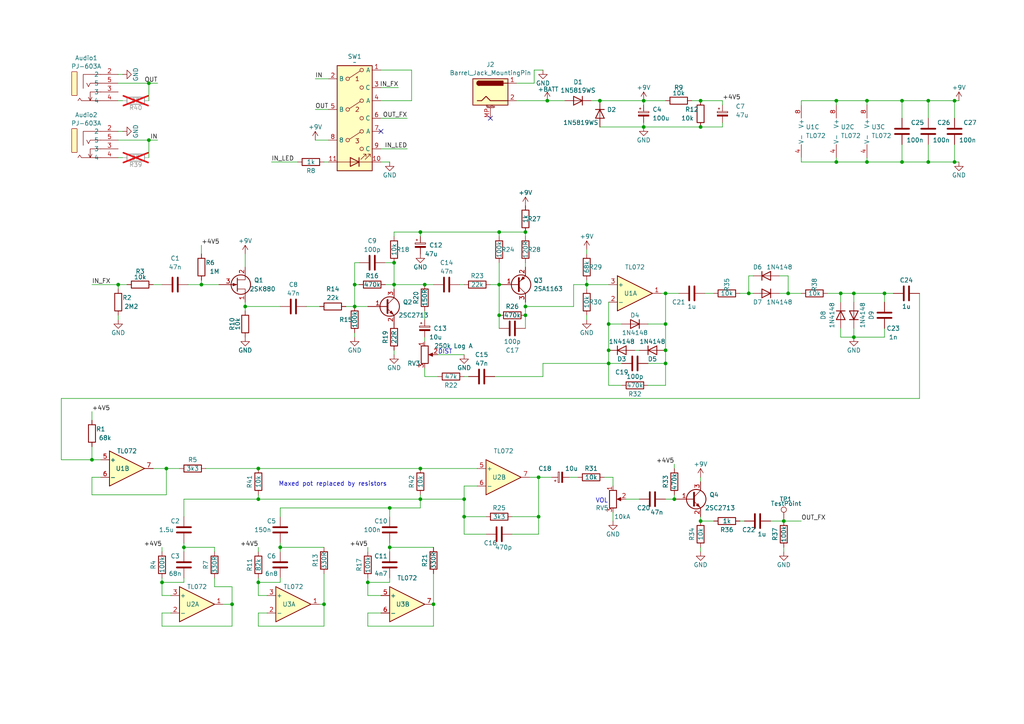
<source format=kicad_sch>
(kicad_sch (version 20231120) (generator "eeschema") (generator_version "8.0")
  (paper "A4")
  (lib_symbols
    (symbol "AREA_composant:3PDT_SW_LED"
      (property "Reference" "SW" (at 0 -18.796 0))
      (symbol "3PDT_SW_LED_1_1"
        (text "1" (at 0.762 8.89 0) (effects (font (size 1.27 1.27))))
        (text "2" (at 0.762 0 0) (effects (font (size 1.27 1.27))))
        (text "3" (at 0.762 -9.144 0) (effects (font (size 1.27 1.27))))
        (pin passive line (at 7.62 11.43 180) (length 2.54) (name "A") (number "1"))
        (pin input line (at 7.62 -15.24 180) (length 2.54) (name "") (number "10"))
        (pin input line (at -7.62 -15.24 0) (length 2.54) (name "") (number "11"))
        (pin passive line (at -7.62 8.89 0) (length 2.54) (name "B") (number "2"))
        (pin passive line (at 7.62 6.35 180) (length 2.54) (name "C") (number "3"))
        (pin passive line (at 7.62 2.54 180) (length 2.54) (name "A") (number "4"))
        (pin passive line (at -7.62 0 0) (length 2.54) (name "B") (number "5"))
        (pin passive line (at 7.62 -2.54 180) (length 2.54) (name "C") (number "6"))
        (pin passive line (at 7.62 -6.35 180) (length 2.54) (name "A") (number "7"))
        (pin passive line (at -7.62 -8.89 0) (length 2.54) (name "8") (number "8"))
        (pin passive line (at 7.62 -11.43 180) (length 2.54) (name "C") (number "9"))
      )
    )
    (symbol "Amplifier_Operational:TL072" (pin_names (offset 0.127))
      (property "Reference" "U" (at 0 5.08 0))
      (property "Value" "TL072" (at 0 -5.08 0))
      (symbol "TL072_1_1"
        (pin output line (at 7.62 0 180) (length 2.54) (name "~") (number "1"))
        (pin input line (at -7.62 -2.54 0) (length 2.54) (name "-") (number "2"))
        (pin input line (at -7.62 2.54 0) (length 2.54) (name "+") (number "3"))
      )
      (symbol "TL072_2_1"
        (pin input line (at -7.62 2.54 0) (length 2.54) (name "+") (number "5"))
        (pin input line (at -7.62 -2.54 0) (length 2.54) (name "-") (number "6"))
        (pin output line (at 7.62 0 180) (length 2.54) (name "~") (number "7"))
      )
      (symbol "TL072_3_1"
        (pin power_in line (at -2.54 -7.62 90) (length 3.81) (name "V-") (number "4"))
        (pin power_in line (at -2.54 7.62 270) (length 3.81) (name "V+") (number "8"))
      )
    )
    (symbol "Connector:Barrel_Jack_MountingPin" (pin_names hide)
      (property "Reference" "J" (at 0 5.334 0))
      (property "Value" "Barrel_Jack_MountingPin" (at 1.27 -6.35 0))
      (symbol "Barrel_Jack_MountingPin_1_1"
        (text "Mounting" (at 0 -4.191 0) (effects (font (size 0.381 0.381))))
        (pin passive line (at 7.62 2.54 180) (length 2.54) (name "~") (number "1"))
        (pin passive line (at 7.62 -2.54 180) (length 2.54) (name "~") (number "2"))
        (pin passive line (at 0 -7.62 90) (length 3.048) (name "MountPin") (number "MP"))
      )
    )
    (symbol "Connector:TestPoint" (pin_numbers hide) (pin_names (offset 0.762) hide)
      (property "Reference" "TP" (at 0 6.858 0))
      (property "Value" "TestPoint" (at 0 5.08 0))
      (symbol "TestPoint_1_1"
        (pin passive line (at 0 0 90) (length 2.54) (name "1") (number "1"))
      )
    )
    (symbol "Device:C" (pin_numbers hide) (pin_names (offset 0.254))
      (property "Reference" "C" (at 0.635 2.54 0))
      (property "Value" "C" (at 0.635 -2.54 0))
      (symbol "C_1_1"
        (pin passive line (at 0 3.81 270) (length 2.794) (name "~") (number "1"))
        (pin passive line (at 0 -3.81 90) (length 2.794) (name "~") (number "2"))
      )
    )
    (symbol "Device:C_Polarized_Small" (pin_numbers hide) (pin_names (offset 0.254) hide)
      (property "Reference" "C" (at 0.254 1.778 0))
      (property "Value" "C_Polarized_Small" (at 0.254 -2.032 0))
      (symbol "C_Polarized_Small_1_1"
        (pin passive line (at 0 2.54 270) (length 1.8542) (name "~") (number "1"))
        (pin passive line (at 0 -2.54 90) (length 1.8542) (name "~") (number "2"))
      )
    )
    (symbol "Device:D" (pin_numbers hide) (pin_names (offset 1.016) hide)
      (property "Reference" "D" (at 0 2.54 0))
      (property "Value" "D" (at 0 -2.54 0))
      (symbol "D_1_1"
        (pin passive line (at -3.81 0 0) (length 2.54) (name "K") (number "1"))
        (pin passive line (at 3.81 0 180) (length 2.54) (name "A") (number "2"))
      )
    )
    (symbol "Device:Q_NJFET_SDG" (pin_names (offset 0) hide)
      (property "Reference" "Q" (at 5.08 1.27 0))
      (property "Value" "Q_NJFET_SDG" (at 5.08 -1.27 0))
      (symbol "Q_NJFET_SDG_1_1"
        (pin passive line (at 2.54 -5.08 90) (length 2.54) (name "S") (number "1"))
        (pin passive line (at 2.54 5.08 270) (length 2.54) (name "D") (number "2"))
        (pin input line (at -5.08 0 0) (length 5.334) (name "G") (number "3"))
      )
    )
    (symbol "Device:Q_NPN_BEC" (pin_names (offset 0) hide)
      (property "Reference" "Q" (at 5.08 1.27 0))
      (property "Value" "Q_NPN_BEC" (at 5.08 -1.27 0))
      (symbol "Q_NPN_BEC_1_1"
        (pin input line (at -5.08 0 0) (length 5.715) (name "B") (number "1"))
        (pin passive line (at 2.54 -5.08 90) (length 2.54) (name "E") (number "2"))
        (pin passive line (at 2.54 5.08 270) (length 2.54) (name "C") (number "3"))
      )
    )
    (symbol "Device:Q_PNP_BEC" (pin_names (offset 0) hide)
      (property "Reference" "Q" (at 5.08 1.27 0))
      (property "Value" "Q_PNP_BEC" (at 5.08 -1.27 0))
      (symbol "Q_PNP_BEC_1_1"
        (pin input line (at -5.08 0 0) (length 5.715) (name "B") (number "1"))
        (pin passive line (at 2.54 -5.08 90) (length 2.54) (name "E") (number "2"))
        (pin passive line (at 2.54 5.08 270) (length 2.54) (name "C") (number "3"))
      )
    )
    (symbol "Device:R" (pin_numbers hide) (pin_names (offset 0))
      (property "Reference" "R" (at 2.032 0 90))
      (property "Value" "R" (at 0 0 90))
      (symbol "R_1_1"
        (pin passive line (at 0 3.81 270) (length 1.27) (name "~") (number "1"))
        (pin passive line (at 0 -3.81 90) (length 1.27) (name "~") (number "2"))
      )
    )
    (symbol "Device:R_Potentiometer" (pin_names (offset 1.016) hide)
      (property "Reference" "RV" (at -4.445 0 90))
      (property "Value" "R_Potentiometer" (at -2.54 0 90))
      (symbol "R_Potentiometer_1_1"
        (pin passive line (at 0 3.81 270) (length 1.27) (name "1") (number "1"))
        (pin passive line (at 3.81 0 180) (length 1.27) (name "2") (number "2"))
        (pin passive line (at 0 -3.81 90) (length 1.27) (name "3") (number "3"))
      )
    )
    (symbol "easyeda2kicad:PJ-603A"
      (property "Reference" "Audio" (at 0 7.62 0))
      (property "Value" "PJ-603A" (at 0 -10.16 0))
      (symbol "PJ-603A_0_1"
        (pin unspecified line (at 7.62 2.54 180) (length 5.08) (name "2") (number "2"))
        (pin unspecified line (at 7.62 -2.54 180) (length 5.08) (name "3") (number "3"))
        (pin unspecified line (at 7.62 -5.08 180) (length 5.08) (name "4") (number "4"))
        (pin unspecified line (at 7.62 0 180) (length 5.08) (name "5") (number "5"))
      )
    )
    (symbol "power:+9V" (power) (pin_names (offset 0))
      (property "Value" "+9V" (at 0 3.556 0))
      (symbol "+9V_1_1"
        (pin power_in line (at 0 0 90) (length 0) hide (name "+9V") (number "1"))
      )
    )
    (symbol "power:+BATT" (power) (pin_names (offset 0))
      (property "Value" "+BATT" (at 0 3.556 0))
      (symbol "+BATT_1_1"
        (pin power_in line (at 0 0 90) (length 0) hide (name "+BATT") (number "1"))
      )
    )
    (symbol "power:GND" (power) (pin_names (offset 0))
      (property "Value" "GND" (at 0 -3.81 0))
      (symbol "GND_1_1"
        (pin power_in line (at 0 0 270) (length 0) hide (name "GND") (number "1"))
      )
    )
  )
  (junction (at 269.24 46.99))
  (junction (at 113.03 147.32))
  (junction (at 144.78 67.31))
  (junction (at 46.99 168.91))
  (junction (at 186.69 36.83))
  (junction (at 261.62 46.99))
  (junction (at 26.67 133.35))
  (junction (at 102.87 82.55))
  (junction (at 256.54 85.09))
  (junction (at 193.04 93.98))
  (junction (at 203.2 151.13))
  (junction (at 113.03 158.75))
  (junction (at 247.65 97.79))
  (junction (at 276.86 46.99))
  (junction (at 242.57 46.99))
  (junction (at 144.78 82.55))
  (junction (at 114.3 82.55))
  (junction (at 152.4 67.31))
  (junction (at 134.62 149.86))
  (junction (at 193.04 105.41))
  (junction (at 43.18 24.13))
  (junction (at 67.31 175.26))
  (junction (at 58.42 82.55))
  (junction (at 144.78 91.44))
  (junction (at 276.86 29.21))
  (junction (at 134.62 144.78))
  (junction (at 81.28 158.75))
  (junction (at 158.75 29.21))
  (junction (at 186.69 29.21))
  (junction (at 121.92 144.78))
  (junction (at 170.18 82.55))
  (junction (at 121.92 67.31))
  (junction (at 173.99 29.21))
  (junction (at 247.65 85.09))
  (junction (at 193.04 101.6))
  (junction (at 43.18 40.64))
  (junction (at 176.53 93.98))
  (junction (at 228.6 85.09))
  (junction (at 203.2 36.83))
  (junction (at 269.24 29.21))
  (junction (at 48.26 135.89))
  (junction (at 102.87 88.9))
  (junction (at 121.92 135.89))
  (junction (at 193.04 85.09))
  (junction (at 242.57 29.21))
  (junction (at 176.53 101.6))
  (junction (at 251.46 29.21))
  (junction (at 93.98 175.26))
  (junction (at 74.93 144.78))
  (junction (at 74.93 135.89))
  (junction (at 74.93 168.91))
  (junction (at 217.17 85.09))
  (junction (at 251.46 46.99))
  (junction (at 195.58 144.78))
  (junction (at 243.84 85.09))
  (junction (at 176.53 105.41))
  (junction (at 123.19 82.55))
  (junction (at 53.34 158.75))
  (junction (at 152.4 91.44))
  (junction (at 203.2 29.21))
  (junction (at 261.62 29.21))
  (junction (at 125.73 175.26))
  (junction (at 71.12 88.9))
  (junction (at 227.33 151.13))
  (junction (at 156.21 149.86))
  (junction (at 34.29 82.55))
  (junction (at 152.4 88.9))
  (junction (at 156.21 138.43))
  (junction (at 114.3 76.2))
  (junction (at 106.68 168.91))
  (no_connect (at 142.24 34.29))
  (no_connect (at 110.49 38.1))
  (wire (pts (xy 176.53 87.63) (xy 176.53 93.98)))
  (wire (pts (xy 186.69 35.56) (xy 186.69 36.83)))
  (wire (pts (xy 34.29 40.64) (xy 43.18 40.64)))
  (wire (pts (xy 232.41 46.99) (xy 242.57 46.99)))
  (wire (pts (xy 81.28 157.48) (xy 81.28 158.75)))
  (wire (pts (xy 125.73 166.37) (xy 125.73 175.26)))
  (wire (pts (xy 53.34 168.91) (xy 46.99 168.91)))
  (wire (pts (xy 187.96 93.98) (xy 193.04 93.98)))
  (wire (pts (xy 228.6 85.09) (xy 232.41 85.09)))
  (wire (pts (xy 261.62 41.91) (xy 261.62 46.99)))
  (wire (pts (xy 121.92 67.31) (xy 121.92 68.58)))
  (wire (pts (xy 186.69 36.83) (xy 203.2 36.83)))
  (wire (pts (xy 115.57 25.4) (xy 110.49 25.4)))
  (wire (pts (xy 152.4 68.58) (xy 152.4 67.31)))
  (wire (pts (xy 106.68 158.75) (xy 106.68 160.02)))
  (wire (pts (xy 138.43 140.97) (xy 134.62 140.97)))
  (wire (pts (xy 203.2 36.83) (xy 209.55 36.83)))
  (wire (pts (xy 74.93 144.78) (xy 74.93 143.51)))
  (wire (pts (xy 77.47 177.8) (xy 74.93 177.8)))
  (wire (pts (xy 170.18 82.55) (xy 170.18 83.82)))
  (wire (pts (xy 193.04 144.78) (xy 195.58 144.78)))
  (wire (pts (xy 113.03 158.75) (xy 125.73 158.75)))
  (wire (pts (xy 256.54 85.09) (xy 259.08 85.09)))
  (wire (pts (xy 34.29 29.21) (xy 35.56 29.21)))
  (wire (pts (xy 203.2 151.13) (xy 207.01 151.13)))
  (wire (pts (xy 81.28 168.91) (xy 74.93 168.91)))
  (wire (pts (xy 71.12 88.9) (xy 71.12 87.63)))
  (wire (pts (xy 74.93 168.91) (xy 74.93 172.72)))
  (wire (pts (xy 93.98 46.99) (xy 95.25 46.99)))
  (wire (pts (xy 125.73 181.61) (xy 125.73 175.26)))
  (wire (pts (xy 53.34 158.75) (xy 62.23 158.75)))
  (wire (pts (xy 186.69 30.48) (xy 186.69 29.21)))
  (wire (pts (xy 243.84 85.09) (xy 243.84 87.63)))
  (wire (pts (xy 144.78 82.55) (xy 144.78 76.2)))
  (wire (pts (xy 48.26 143.51) (xy 48.26 135.89)))
  (wire (pts (xy 93.98 166.37) (xy 93.98 175.26)))
  (wire (pts (xy 251.46 29.21) (xy 261.62 29.21)))
  (wire (pts (xy 134.62 154.94) (xy 134.62 149.86)))
  (wire (pts (xy 110.49 177.8) (xy 106.68 177.8)))
  (wire (pts (xy 74.93 158.75) (xy 74.93 160.02)))
  (wire (pts (xy 140.97 149.86) (xy 134.62 149.86)))
  (wire (pts (xy 102.87 76.2) (xy 102.87 82.55)))
  (wire (pts (xy 227.33 151.13) (xy 232.41 151.13)))
  (wire (pts (xy 88.9 88.9) (xy 92.71 88.9)))
  (wire (pts (xy 203.2 158.75) (xy 203.2 160.02)))
  (wire (pts (xy 81.28 167.64) (xy 81.28 168.91)))
  (wire (pts (xy 251.46 29.21) (xy 251.46 30.48)))
  (wire (pts (xy 158.75 29.21) (xy 149.86 29.21)))
  (wire (pts (xy 93.98 181.61) (xy 93.98 175.26)))
  (wire (pts (xy 269.24 29.21) (xy 276.86 29.21)))
  (wire (pts (xy 242.57 29.21) (xy 251.46 29.21)))
  (wire (pts (xy 203.2 149.86) (xy 203.2 151.13)))
  (wire (pts (xy 266.7 115.57) (xy 17.78 115.57)))
  (wire (pts (xy 46.99 177.8) (xy 46.99 181.61)))
  (wire (pts (xy 111.76 76.2) (xy 114.3 76.2)))
  (wire (pts (xy 62.23 160.02) (xy 62.23 158.75)))
  (wire (pts (xy 256.54 85.09) (xy 256.54 87.63)))
  (wire (pts (xy 127 102.87) (xy 134.62 102.87)))
  (wire (pts (xy 53.34 144.78) (xy 53.34 149.86)))
  (wire (pts (xy 26.67 133.35) (xy 29.21 133.35)))
  (wire (pts (xy 34.29 82.55) (xy 36.83 82.55)))
  (wire (pts (xy 113.03 157.48) (xy 113.03 158.75)))
  (wire (pts (xy 191.77 85.09) (xy 193.04 85.09)))
  (wire (pts (xy 166.37 82.55) (xy 170.18 82.55)))
  (wire (pts (xy 29.21 138.43) (xy 26.67 138.43)))
  (wire (pts (xy 74.93 135.89) (xy 121.92 135.89)))
  (wire (pts (xy 218.44 80.01) (xy 217.17 80.01)))
  (wire (pts (xy 140.97 154.94) (xy 134.62 154.94)))
  (wire (pts (xy 34.29 24.13) (xy 43.18 24.13)))
  (wire (pts (xy 134.62 109.22) (xy 135.89 109.22)))
  (wire (pts (xy 242.57 29.21) (xy 242.57 30.48)))
  (wire (pts (xy 74.93 177.8) (xy 74.93 181.61)))
  (wire (pts (xy 217.17 85.09) (xy 218.44 85.09)))
  (wire (pts (xy 148.59 154.94) (xy 156.21 154.94)))
  (wire (pts (xy 34.29 82.55) (xy 34.29 83.82)))
  (wire (pts (xy 243.84 85.09) (xy 247.65 85.09)))
  (wire (pts (xy 46.99 181.61) (xy 67.31 181.61)))
  (wire (pts (xy 26.67 129.54) (xy 26.67 133.35)))
  (wire (pts (xy 113.03 168.91) (xy 106.68 168.91)))
  (wire (pts (xy 121.92 67.31) (xy 144.78 67.31)))
  (wire (pts (xy 91.44 40.64) (xy 95.25 40.64)))
  (wire (pts (xy 46.99 167.64) (xy 46.99 168.91)))
  (wire (pts (xy 121.92 144.78) (xy 121.92 143.51)))
  (wire (pts (xy 110.49 20.32) (xy 119.38 20.32)))
  (wire (pts (xy 251.46 45.72) (xy 251.46 46.99)))
  (wire (pts (xy 247.65 97.79) (xy 256.54 97.79)))
  (wire (pts (xy 119.38 20.32) (xy 119.38 29.21)))
  (wire (pts (xy 35.56 21.59) (xy 34.29 21.59)))
  (wire (pts (xy 209.55 29.21) (xy 209.55 30.48)))
  (wire (pts (xy 81.28 158.75) (xy 93.98 158.75)))
  (wire (pts (xy 17.78 115.57) (xy 17.78 133.35)))
  (wire (pts (xy 158.75 29.21) (xy 163.83 29.21)))
  (wire (pts (xy 152.4 88.9) (xy 152.4 87.63)))
  (wire (pts (xy 154.94 20.32) (xy 154.94 24.13)))
  (wire (pts (xy 81.28 158.75) (xy 81.28 160.02)))
  (wire (pts (xy 113.03 167.64) (xy 113.03 168.91)))
  (wire (pts (xy 43.18 40.64) (xy 45.72 40.64)))
  (wire (pts (xy 43.18 24.13) (xy 45.72 24.13)))
  (wire (pts (xy 104.14 82.55) (xy 102.87 82.55)))
  (wire (pts (xy 53.34 144.78) (xy 74.93 144.78)))
  (wire (pts (xy 193.04 93.98) (xy 193.04 101.6)))
  (wire (pts (xy 242.57 46.99) (xy 251.46 46.99)))
  (wire (pts (xy 67.31 175.26) (xy 64.77 175.26)))
  (wire (pts (xy 177.8 138.43) (xy 175.26 138.43)))
  (wire (pts (xy 195.58 134.62) (xy 195.58 135.89)))
  (wire (pts (xy 78.74 46.99) (xy 86.36 46.99)))
  (wire (pts (xy 102.87 82.55) (xy 102.87 88.9)))
  (wire (pts (xy 74.93 172.72) (xy 77.47 172.72)))
  (wire (pts (xy 154.94 24.13) (xy 149.86 24.13)))
  (wire (pts (xy 58.42 71.12) (xy 58.42 73.66)))
  (wire (pts (xy 226.06 80.01) (xy 228.6 80.01)))
  (wire (pts (xy 171.45 29.21) (xy 173.99 29.21)))
  (wire (pts (xy 46.99 168.91) (xy 46.99 172.72)))
  (wire (pts (xy 152.4 91.44) (xy 152.4 95.25)))
  (wire (pts (xy 223.52 151.13) (xy 227.33 151.13)))
  (wire (pts (xy 74.93 144.78) (xy 121.92 144.78)))
  (wire (pts (xy 46.99 158.75) (xy 46.99 160.02)))
  (wire (pts (xy 228.6 80.01) (xy 228.6 85.09)))
  (wire (pts (xy 187.96 111.76) (xy 193.04 111.76)))
  (wire (pts (xy 49.53 177.8) (xy 46.99 177.8)))
  (wire (pts (xy 187.96 105.41) (xy 193.04 105.41)))
  (wire (pts (xy 152.4 91.44) (xy 152.4 88.9)))
  (wire (pts (xy 240.03 85.09) (xy 243.84 85.09)))
  (wire (pts (xy 173.99 36.83) (xy 186.69 36.83)))
  (wire (pts (xy 256.54 97.79) (xy 256.54 95.25)))
  (wire (pts (xy 123.19 109.22) (xy 127 109.22)))
  (wire (pts (xy 181.61 144.78) (xy 185.42 144.78)))
  (wire (pts (xy 269.24 41.91) (xy 269.24 46.99)))
  (wire (pts (xy 156.21 149.86) (xy 156.21 138.43)))
  (wire (pts (xy 67.31 175.26) (xy 67.31 181.61)))
  (wire (pts (xy 62.23 167.64) (xy 62.23 170.18)))
  (wire (pts (xy 243.84 97.79) (xy 247.65 97.79)))
  (wire (pts (xy 123.19 97.79) (xy 123.19 99.06)))
  (wire (pts (xy 173.99 29.21) (xy 186.69 29.21)))
  (wire (pts (xy 81.28 147.32) (xy 113.03 147.32)))
  (wire (pts (xy 144.78 67.31) (xy 152.4 67.31)))
  (wire (pts (xy 148.59 149.86) (xy 156.21 149.86)))
  (wire (pts (xy 226.06 85.09) (xy 228.6 85.09)))
  (wire (pts (xy 118.11 34.29) (xy 110.49 34.29)))
  (wire (pts (xy 251.46 46.99) (xy 261.62 46.99)))
  (wire (pts (xy 176.53 111.76) (xy 176.53 105.41)))
  (wire (pts (xy 247.65 85.09) (xy 256.54 85.09)))
  (wire (pts (xy 113.03 158.75) (xy 113.03 160.02)))
  (wire (pts (xy 43.18 40.64) (xy 43.18 45.72)))
  (wire (pts (xy 157.48 109.22) (xy 157.48 105.41)))
  (wire (pts (xy 48.26 135.89) (xy 44.45 135.89)))
  (wire (pts (xy 113.03 147.32) (xy 121.92 147.32)))
  (wire (pts (xy 214.63 151.13) (xy 215.9 151.13)))
  (wire (pts (xy 203.2 29.21) (xy 209.55 29.21)))
  (wire (pts (xy 26.67 143.51) (xy 48.26 143.51)))
  (wire (pts (xy 269.24 29.21) (xy 269.24 34.29)))
  (wire (pts (xy 74.93 181.61) (xy 93.98 181.61)))
  (wire (pts (xy 91.44 22.86) (xy 95.25 22.86)))
  (wire (pts (xy 144.78 82.55) (xy 144.78 91.44)))
  (wire (pts (xy 123.19 90.17) (xy 123.19 92.71)))
  (wire (pts (xy 276.86 41.91) (xy 276.86 46.99)))
  (wire (pts (xy 193.04 85.09) (xy 196.85 85.09)))
  (wire (pts (xy 177.8 140.97) (xy 177.8 138.43)))
  (wire (pts (xy 114.3 82.55) (xy 114.3 83.82)))
  (wire (pts (xy 276.86 29.21) (xy 278.13 29.21)))
  (wire (pts (xy 209.55 35.56) (xy 209.55 36.83)))
  (wire (pts (xy 114.3 67.31) (xy 121.92 67.31)))
  (wire (pts (xy 214.63 85.09) (xy 217.17 85.09)))
  (wire (pts (xy 170.18 82.55) (xy 176.53 82.55)))
  (wire (pts (xy 106.68 167.64) (xy 106.68 168.91)))
  (wire (pts (xy 53.34 167.64) (xy 53.34 168.91)))
  (wire (pts (xy 143.51 109.22) (xy 157.48 109.22)))
  (wire (pts (xy 118.11 43.18) (xy 110.49 43.18)))
  (wire (pts (xy 195.58 143.51) (xy 195.58 144.78)))
  (wire (pts (xy 123.19 106.68) (xy 123.19 109.22)))
  (wire (pts (xy 44.45 82.55) (xy 46.99 82.55)))
  (wire (pts (xy 269.24 46.99) (xy 276.86 46.99)))
  (wire (pts (xy 119.38 29.21) (xy 110.49 29.21)))
  (wire (pts (xy 123.19 82.55) (xy 125.73 82.55)))
  (wire (pts (xy 102.87 76.2) (xy 104.14 76.2)))
  (wire (pts (xy 58.42 82.55) (xy 63.5 82.55)))
  (wire (pts (xy 35.56 38.1) (xy 34.29 38.1)))
  (wire (pts (xy 67.31 170.18) (xy 67.31 175.26)))
  (wire (pts (xy 114.3 82.55) (xy 123.19 82.55)))
  (wire (pts (xy 266.7 85.09) (xy 266.7 115.57)))
  (wire (pts (xy 26.67 138.43) (xy 26.67 143.51)))
  (wire (pts (xy 71.12 88.9) (xy 81.28 88.9)))
  (wire (pts (xy 152.4 88.9) (xy 166.37 88.9)))
  (wire (pts (xy 53.34 158.75) (xy 53.34 160.02)))
  (wire (pts (xy 134.62 140.97) (xy 134.62 144.78)))
  (wire (pts (xy 48.26 135.89) (xy 52.07 135.89)))
  (wire (pts (xy 176.53 105.41) (xy 180.34 105.41)))
  (wire (pts (xy 71.12 90.17) (xy 71.12 88.9)))
  (wire (pts (xy 176.53 93.98) (xy 180.34 93.98)))
  (wire (pts (xy 180.34 111.76) (xy 176.53 111.76)))
  (wire (pts (xy 113.03 46.99) (xy 110.49 46.99)))
  (wire (pts (xy 176.53 93.98) (xy 176.53 101.6)))
  (wire (pts (xy 200.66 29.21) (xy 203.2 29.21)))
  (wire (pts (xy 144.78 68.58) (xy 144.78 67.31)))
  (wire (pts (xy 193.04 111.76) (xy 193.04 105.41)))
  (wire (pts (xy 106.68 168.91) (xy 106.68 172.72)))
  (wire (pts (xy 114.3 76.2) (xy 114.3 82.55)))
  (wire (pts (xy 156.21 154.94) (xy 156.21 149.86)))
  (wire (pts (xy 102.87 97.79) (xy 102.87 96.52)))
  (wire (pts (xy 165.1 138.43) (xy 167.64 138.43)))
  (wire (pts (xy 247.65 85.09) (xy 247.65 87.63)))
  (wire (pts (xy 114.3 101.6) (xy 114.3 102.87)))
  (wire (pts (xy 247.65 95.25) (xy 247.65 97.79)))
  (wire (pts (xy 186.69 29.21) (xy 193.04 29.21)))
  (wire (pts (xy 243.84 95.25) (xy 243.84 97.79)))
  (wire (pts (xy 232.41 29.21) (xy 242.57 29.21)))
  (wire (pts (xy 170.18 72.39) (xy 170.18 73.66)))
  (wire (pts (xy 91.44 31.75) (xy 95.25 31.75)))
  (wire (pts (xy 176.53 101.6) (xy 176.53 105.41)))
  (wire (pts (xy 34.29 92.71) (xy 34.29 91.44)))
  (wire (pts (xy 106.68 177.8) (xy 106.68 181.61)))
  (wire (pts (xy 133.35 82.55) (xy 134.62 82.55)))
  (wire (pts (xy 278.13 46.99) (xy 276.86 46.99)))
  (wire (pts (xy 53.34 157.48) (xy 53.34 158.75)))
  (wire (pts (xy 121.92 147.32) (xy 121.92 144.78)))
  (wire (pts (xy 217.17 80.01) (xy 217.17 85.09)))
  (wire (pts (xy 71.12 73.66) (xy 71.12 77.47)))
  (wire (pts (xy 152.4 76.2) (xy 152.4 77.47)))
  (wire (pts (xy 26.67 82.55) (xy 34.29 82.55)))
  (wire (pts (xy 59.69 135.89) (xy 74.93 135.89)))
  (wire (pts (xy 93.98 175.26) (xy 92.71 175.26)))
  (wire (pts (xy 102.87 88.9) (xy 106.68 88.9)))
  (wire (pts (xy 232.41 30.48) (xy 232.41 29.21)))
  (wire (pts (xy 81.28 147.32) (xy 81.28 149.86)))
  (wire (pts (xy 100.33 88.9) (xy 102.87 88.9)))
  (wire (pts (xy 261.62 46.99) (xy 269.24 46.99)))
  (wire (pts (xy 261.62 29.21) (xy 269.24 29.21)))
  (wire (pts (xy 46.99 172.72) (xy 49.53 172.72)))
  (wire (pts (xy 121.92 135.89) (xy 138.43 135.89)))
  (wire (pts (xy 203.2 138.43) (xy 203.2 139.7)))
  (wire (pts (xy 166.37 88.9) (xy 166.37 82.55)))
  (wire (pts (xy 111.76 82.55) (xy 114.3 82.55)))
  (wire (pts (xy 34.29 45.72) (xy 35.56 45.72)))
  (wire (pts (xy 156.21 138.43) (xy 153.67 138.43)))
  (wire (pts (xy 276.86 29.21) (xy 276.86 34.29)))
  (wire (pts (xy 134.62 144.78) (xy 121.92 144.78)))
  (wire (pts (xy 43.18 24.13) (xy 43.18 29.21)))
  (wire (pts (xy 62.23 170.18) (xy 67.31 170.18)))
  (wire (pts (xy 242.57 45.72) (xy 242.57 46.99)))
  (wire (pts (xy 106.68 172.72) (xy 110.49 172.72)))
  (wire (pts (xy 177.8 148.59) (xy 177.8 151.13)))
  (wire (pts (xy 156.21 138.43) (xy 160.02 138.43)))
  (wire (pts (xy 261.62 29.21) (xy 261.62 34.29)))
  (wire (pts (xy 54.61 82.55) (xy 58.42 82.55)))
  (wire (pts (xy 170.18 81.28) (xy 170.18 82.55)))
  (wire (pts (xy 113.03 147.32) (xy 113.03 149.86)))
  (wire (pts (xy 26.67 119.38) (xy 26.67 121.92)))
  (wire (pts (xy 170.18 91.44) (xy 170.18 92.71)))
  (wire (pts (xy 106.68 181.61) (xy 125.73 181.61)))
  (wire (pts (xy 17.78 133.35) (xy 26.67 133.35)))
  (wire (pts (xy 58.42 82.55) (xy 58.42 81.28)))
  (wire (pts (xy 184.15 101.6) (xy 185.42 101.6)))
  (wire (pts (xy 144.78 91.44) (xy 144.78 95.25)))
  (wire (pts (xy 74.93 167.64) (xy 74.93 168.91)))
  (wire (pts (xy 204.47 85.09) (xy 207.01 85.09)))
  (wire (pts (xy 193.04 85.09) (xy 193.04 93.98)))
  (wire (pts (xy 193.04 101.6) (xy 193.04 105.41)))
  (wire (pts (xy 114.3 68.58) (xy 114.3 67.31)))
  (wire (pts (xy 157.48 105.41) (xy 176.53 105.41)))
  (wire (pts (xy 232.41 45.72) (xy 232.41 46.99)))
  (wire (pts (xy 227.33 158.75) (xy 227.33 160.02)))
  (wire (pts (xy 142.24 82.55) (xy 144.78 82.55)))
  (wire (pts (xy 154.94 20.32) (xy 157.48 20.32)))
  (wire (pts (xy 134.62 149.86) (xy 134.62 144.78)))
  (text "VOL" (at 172.72 146.05 0) (effects (font (size 1.27 1.27)) (justify left bottom)))
  (text "DIST\n" (at 127 102.87 0) (effects (font (size 1.27 1.27)) (justify left bottom)))
  (text "Maxed pot replaced by resistors" (at 96.52 140.462 0) (effects (font (size 1.27 1.27))))
  (label "IN_FX" (at 26.67 82.55 0))
  (label "IN_LED" (at 118.11 43.18 180))
  (label "+4V5" (at 26.67 119.38 0))
  (label "OUT" (at 45.72 24.13 180))
  (label "+4V5" (at 106.68 158.75 180))
  (label "IN_LED" (at 78.74 46.99 0))
  (label "+4V5" (at 58.42 71.12 0))
  (label "OUT_FX" (at 118.11 34.29 180))
  (label "+4V5" (at 209.55 29.21 0))
  (label "IN" (at 45.72 40.64 180))
  (label "+4V5" (at 195.58 134.62 180))
  (label "OUT_FX" (at 232.41 151.13 0))
  (label "OUT" (at 91.44 31.75 0))
  (label "+4V5" (at 74.93 158.75 180))
  (label "IN" (at 91.44 22.86 0))
  (label "IN_FX" (at 115.57 25.4 180))
  (label "+4V5" (at 46.99 158.75 180))
  (symbol (lib_id "Device:R") (at 203.2 33.02 0) (unit 1)
    (property "Reference" "R12" (at 200.66 31.75 0))
    (property "Value" "10k" (at 199.39 34.29 0))
    (property "Footprint" "Resistor_SMD:R_0603_1608Metric" (effects (hide yes)))
  )
  (symbol (lib_id "power:GND") (at 71.12 97.79 0) (unit 1)
    (property "Reference" "#PWR06" (effects (hide yes)))
    (property "Value" "GND" (at 71.12 101.6 0))
  )
  (symbol (lib_id "Amplifier_Operational:TL072") (at 118.11 175.26 0) (unit 2)
    (property "Reference" "U3" (at 116.84 175.26 0))
    (property "Value" "TL072" (at 118.11 167.64 0))
    (property "Footprint" "Package_SO:SOIC-8_3.9x4.9mm_P1.27mm" (effects (hide yes)))
    (property "Datasheet" "http://www.ti.com/lit/ds/symlink/tl071.pdf" (effects (hide yes)))
  )
  (symbol (lib_id "power:+9V") (at 91.44 40.64 0) (unit 1)
    (property "Reference" "#PWR024" (effects (hide yes)))
    (property "Value" "+9V" (at 91.44 36.83 0))
  )
  (symbol (lib_id "Device:C") (at 261.62 38.1 180) (unit 1)
    (property "Reference" "C25" (at 264.16 35.56 0) (effects (justify right)))
    (property "Value" "100n" (at 262.89 40.64 0) (effects (justify right)))
    (property "Footprint" "Capacitor_SMD:C_0603_1608Metric" (effects (hide yes)))
  )
  (symbol (lib_id "Device:R") (at 58.42 77.47 180) (unit 1)
    (property "Reference" "R6" (at 60.96 76.2 0))
    (property "Value" "1M" (at 62.23 78.74 0))
    (property "Footprint" "Resistor_SMD:R_0603_1608Metric" (effects (hide yes)))
  )
  (symbol (lib_id "Device:C") (at 85.09 88.9 90) (unit 1)
    (property "Reference" "C8" (at 85.09 82.55 90))
    (property "Value" "47n" (at 85.09 85.09 90))
    (property "Footprint" "Capacitor_SMD:C_0603_1608Metric" (effects (hide yes)))
  )
  (symbol (lib_id "Device:Q_NJFET_SDG") (at 68.58 82.55 0) (unit 1)
    (property "Reference" "Q1" (at 73.66 81.2799 0) (effects (justify left)))
    (property "Value" "2SK880" (at 72.39 83.82 0) (effects (justify left)))
    (property "Footprint" "Package_TO_SOT_SMD:SOT-323_SC-70" (effects (hide yes)))
  )
  (symbol (lib_id "Device:C_Polarized_Small") (at 162.56 138.43 90) (unit 1)
    (property "Reference" "C18" (at 160.02 135.89 90) (effects (justify left)))
    (property "Value" "10u" (at 167.64 135.89 90) (effects (justify left)))
    (property "Footprint" "Capacitor_SMD:CP_Elec_5x5.4" (effects (hide yes)))
  )
  (symbol (lib_id "Device:R") (at 55.88 135.89 270) (unit 1)
    (property "Reference" "R5" (at 55.88 133.35 90))
    (property "Value" "3k3" (at 55.88 135.89 90))
    (property "Footprint" "Resistor_SMD:R_0603_1608Metric" (effects (hide yes)))
  )
  (symbol (lib_id "power:+9V") (at 71.12 73.66 0) (unit 1)
    (property "Reference" "#PWR05" (effects (hide yes)))
    (property "Value" "+9V" (at 71.12 69.85 0))
  )
  (symbol (lib_id "easyeda2kicad:PJ-603A") (at 26.67 24.13 0) (unit 1)
    (property "Reference" "Audio1" (at 25.02 16.8125 0))
    (property "Value" "PJ-603A" (at 25.02 19.2368 0))
    (property "Footprint" "AREA_lib_composant:AUDIO-TH_PJ-603A_1" (effects (hide yes)))
    (property "Datasheet" "https://lcsc.com/product-detail/Others_HOOYA-PJ-603A_C309273.html" (effects (hide yes)))
    (property "LCSC Part" "C309273" (effects (hide yes)))
  )
  (symbol (lib_id "Connector:Barrel_Jack_MountingPin") (at 142.24 26.67 0) (unit 1)
    (property "Reference" "J2" (at 142.24 18.7155 0))
    (property "Value" "Barrel_Jack_MountingPin" (at 142.24 21.1398 0))
    (property "Footprint" "Connector_BarrelJack:BarrelJack_Horizontal" (effects (hide yes)))
    (property "Description" "DC Barrel Jack with a mounting pin" (effects (hide yes)))
  )
  (symbol (lib_id "Device:R") (at 106.68 163.83 0) (unit 1)
    (property "Reference" "R17" (at 104.14 163.83 90))
    (property "Value" "100k" (at 106.68 163.83 90))
    (property "Footprint" "Resistor_SMD:R_0603_1608Metric" (effects (hide yes)))
  )
  (symbol (lib_id "Device:D") (at 180.34 101.6 0) (unit 1)
    (property "Reference" "D3" (at 180.34 104.14 0))
    (property "Value" "1N4148" (at 180.34 99.06 0))
    (property "Footprint" "Diode_SMD:D_SOD-323" (effects (hide yes)))
  )
  (symbol (lib_id "Device:R") (at 171.45 138.43 270) (unit 1)
    (property "Reference" "R31" (at 171.45 135.89 90))
    (property "Value" "10k" (at 171.45 138.43 90))
    (property "Footprint" "Resistor_SMD:R_0603_1608Metric" (effects (hide yes)))
  )
  (symbol (lib_id "Device:C_Polarized_Small") (at 121.92 71.12 0) (unit 1)
    (property "Reference" "C12" (at 124.46 71.12 0) (effects (justify left)))
    (property "Value" "47u" (at 123.19 73.66 0) (effects (justify left)))
    (property "Footprint" "Capacitor_SMD:CP_Elec_6.3x5.4" (effects (hide yes)))
  )
  (symbol (lib_id "Device:C") (at 53.34 163.83 180) (unit 1)
    (property "Reference" "C3" (at 50.8 161.29 0))
    (property "Value" "68n" (at 50.8 166.37 0))
    (property "Footprint" "Capacitor_SMD:C_0603_1608Metric" (effects (hide yes)))
  )
  (symbol (lib_id "Device:R") (at 26.67 125.73 180) (unit 1)
    (property "Reference" "R1" (at 29.21 124.46 0))
    (property "Value" "68k" (at 30.48 127 0))
    (property "Footprint" "Resistor_SMD:R_0603_1608Metric" (effects (hide yes)))
  )
  (symbol (lib_id "power:GND") (at 114.3 102.87 0) (unit 1)
    (property "Reference" "#PWR08" (effects (hide yes)))
    (property "Value" "GND" (at 114.3 106.68 0))
  )
  (symbol (lib_id "power:GND") (at 35.56 21.59 90) (unit 1)
    (property "Reference" "#PWR021" (effects (hide yes)))
    (property "Value" "GND" (at 39.37 21.59 0))
  )
  (symbol (lib_id "power:GND") (at 278.13 46.99 0) (unit 1)
    (property "Reference" "#PWR010" (effects (hide yes)))
    (property "Value" "GND" (at 278.13 50.8 0))
  )
  (symbol (lib_id "Device:R") (at 210.82 151.13 90) (unit 1)
    (property "Reference" "R36" (at 210.82 153.67 90))
    (property "Value" "1k" (at 210.82 151.13 90))
    (property "Footprint" "Resistor_SMD:R_0603_1608Metric" (effects (hide yes)))
  )
  (symbol (lib_id "power:GND") (at 170.18 92.71 0) (unit 1)
    (property "Reference" "#PWR015" (effects (hide yes)))
    (property "Value" "GND" (at 170.18 96.52 0))
  )
  (symbol (lib_id "Amplifier_Operational:TL072") (at 36.83 135.89 0) (unit 2)
    (property "Reference" "U1" (at 35.56 135.89 0))
    (property "Value" "TL072" (at 36.83 130.81 0))
    (property "Footprint" "Package_SO:SOIC-8_3.9x4.9mm_P1.27mm" (effects (hide yes)))
    (property "Datasheet" "http://www.ti.com/lit/ds/symlink/tl071.pdf" (effects (hide yes)))
  )
  (symbol (lib_id "Device:D") (at 243.84 91.44 270) (unit 1)
    (property "Reference" "D8" (at 238.76 91.44 0))
    (property "Value" "1N4148" (at 241.3 91.44 0))
    (property "Footprint" "Diode_SMD:D_SOD-323" (effects (hide yes)))
  )
  (symbol (lib_id "Device:R") (at 152.4 63.5 180) (unit 1)
    (property "Reference" "R27" (at 154.94 63.5 0))
    (property "Value" "1k" (at 152.4 63.5 90))
    (property "Footprint" "Resistor_SMD:R_0603_1608Metric" (effects (hide yes)))
  )
  (symbol (lib_id "power:GND") (at 113.03 46.99 0) (unit 1)
    (property "Reference" "#PWR025" (effects (hide yes)))
    (property "Value" "GND" (at 113.03 50.8 0))
  )
  (symbol (lib_id "Device:R_Potentiometer") (at 123.19 102.87 0) (unit 1)
    (property "Reference" "RV3" (at 121.92 105.41 0) (effects (justify right)))
    (property "Value" "250k Log A" (at 137.16 100.33 0) (effects (justify right)))
    (property "Footprint" "Potentiometer_THT:Potentiometer_Alpha_RD901F-40-00D_Single_Vertical" (effects (hide yes)))
  )
  (symbol (lib_id "Amplifier_Operational:TL072") (at 146.05 138.43 0) (unit 2)
    (property "Reference" "U2" (at 144.78 138.43 0))
    (property "Value" "TL072" (at 146.05 130.81 0))
    (property "Footprint" "Package_SO:SOIC-8_3.9x4.9mm_P1.27mm" (effects (hide yes)))
    (property "Datasheet" "http://www.ti.com/lit/ds/symlink/tl071.pdf" (effects (hide yes)))
  )
  (symbol (lib_id "power:+9V") (at 203.2 138.43 0) (unit 1)
    (property "Reference" "#PWR017" (effects (hide yes)))
    (property "Value" "+9V" (at 203.2 134.62 0))
  )
  (symbol (lib_id "Device:Q_NPN_BEC") (at 111.76 88.9 0) (unit 1)
    (property "Reference" "Q2" (at 116.84 87.6299 0) (effects (justify left)))
    (property "Value" "2SC2713" (at 115.57 91.44 0) (effects (justify left)))
    (property "Footprint" "Package_TO_SOT_SMD:SOT-23" (effects (hide yes)))
  )
  (symbol (lib_id "Device:R") (at 62.23 163.83 0) (unit 1)
    (property "Reference" "R7" (at 59.69 163.83 90))
    (property "Value" "330R" (at 62.23 163.83 90))
    (property "Footprint" "Resistor_SMD:R_0603_1608Metric" (effects (hide yes)))
  )
  (symbol (lib_id "power:+9V") (at 278.13 29.21 0) (unit 1)
    (property "Reference" "#PWR011" (effects (hide yes)))
    (property "Value" "+9V" (at 278.13 25.4 0))
  )
  (symbol (lib_id "Device:R") (at 114.3 97.79 180) (unit 1)
    (property "Reference" "R19" (at 111.76 97.79 90))
    (property "Value" "22R" (at 114.3 97.79 90))
    (property "Footprint" "Resistor_SMD:R_0603_1608Metric" (effects (hide yes)))
  )
  (symbol (lib_id "Device:R") (at 236.22 85.09 90) (unit 1)
    (property "Reference" "R38" (at 236.22 82.55 0))
    (property "Value" "10k" (at 236.22 85.09 90))
    (property "Footprint" "Resistor_SMD:R_0603_1608Metric" (effects (hide yes)))
  )
  (symbol (lib_id "Device:R") (at 93.98 162.56 0) (unit 1)
    (property "Reference" "R13" (at 91.44 162.56 90))
    (property "Value" "330R" (at 93.98 162.56 90))
    (property "Footprint" "Resistor_SMD:R_0603_1608Metric" (effects (hide yes)))
  )
  (symbol (lib_id "Device:C") (at 148.59 95.25 270) (unit 1)
    (property "Reference" "C17" (at 148.59 101.6 90))
    (property "Value" "100p" (at 148.59 99.06 90))
    (property "Footprint" "Capacitor_SMD:C_0603_1608Metric" (effects (hide yes)))
  )
  (symbol (lib_id "Device:C") (at 139.7 109.22 90) (unit 1)
    (property "Reference" "C15" (at 139.7 102.87 90))
    (property "Value" "47n" (at 139.7 105.41 90))
    (property "Footprint" "Capacitor_SMD:C_0603_1608Metric" (effects (hide yes)))
  )
  (symbol (lib_id "Device:R") (at 203.2 154.94 0) (unit 1)
    (property "Reference" "R34" (at 200.66 154.94 90))
    (property "Value" "10k" (at 203.2 154.94 90))
    (property "Footprint" "Resistor_SMD:R_0603_1608Metric" (effects (hide yes)))
  )
  (symbol (lib_id "Device:R") (at 138.43 82.55 90) (unit 1)
    (property "Reference" "R23" (at 138.43 80.01 90))
    (property "Value" "22k" (at 138.43 82.55 90))
    (property "Footprint" "Resistor_SMD:R_0603_1608Metric" (effects (hide yes)))
  )
  (symbol (lib_id "Device:C") (at 53.34 153.67 180) (unit 1)
    (property "Reference" "C2" (at 50.8 151.13 0))
    (property "Value" "1.5u" (at 48.26 153.67 0))
    (property "Footprint" "Capacitor_SMD:C_0805_2012Metric" (effects (hide yes)))
  )
  (symbol (lib_id "Device:R") (at 144.78 149.86 270) (unit 1)
    (property "Reference" "R25" (at 144.78 147.32 90))
    (property "Value" "3k3" (at 144.78 149.86 90))
    (property "Footprint" "Resistor_SMD:R_0603_1608Metric" (effects (hide yes)))
  )
  (symbol (lib_id "Device:R") (at 125.73 162.56 0) (unit 1)
    (property "Reference" "R21" (at 123.19 162.56 90))
    (property "Value" "330R" (at 125.73 162.56 90))
    (property "Footprint" "Resistor_SMD:R_0603_1608Metric" (effects (hide yes)))
  )
  (symbol (lib_id "Device:R") (at 210.82 85.09 90) (unit 1)
    (property "Reference" "R35" (at 210.82 82.55 0))
    (property "Value" "10k" (at 210.82 85.09 90))
    (property "Footprint" "Resistor_SMD:R_0603_1608Metric" (effects (hide yes)))
  )
  (symbol (lib_id "Device:R_Potentiometer") (at 177.8 144.78 0) (unit 1)
    (property "Reference" "RV5" (at 176.53 147.32 0) (effects (justify right)))
    (property "Value" "10kA" (at 182.88 149.86 0) (effects (justify right)))
    (property "Footprint" "Potentiometer_THT:Potentiometer_Alpha_RD901F-40-00D_Single_Vertical" (effects (hide yes)))
  )
  (symbol (lib_id "Device:R") (at 184.15 111.76 90) (unit 1)
    (property "Reference" "R32" (at 184.15 114.3 90))
    (property "Value" "470k" (at 184.15 111.76 90))
    (property "Footprint" "Resistor_SMD:R_0603_1608Metric" (effects (hide yes)))
  )
  (symbol (lib_id "Device:C_Polarized_Small") (at 186.69 33.02 0) (unit 1)
    (property "Reference" "C4" (at 189.23 31.75 0) (effects (justify left)))
    (property "Value" "100u" (at 189.23 34.29 0) (effects (justify left)))
    (property "Footprint" "Capacitor_SMD:CP_Elec_6.3x7.7" (effects (hide yes)))
  )
  (symbol (lib_id "power:GND") (at 102.87 97.79 0) (unit 1)
    (property "Reference" "#PWR07" (effects (hide yes)))
    (property "Value" "GND" (at 102.87 101.6 0))
  )
  (symbol (lib_id "Device:C") (at 144.78 154.94 270) (unit 1)
    (property "Reference" "C16" (at 142.24 157.48 90))
    (property "Value" "470p" (at 146.05 158.75 90))
    (property "Footprint" "Capacitor_SMD:C_0603_1608Metric" (effects (hide yes)))
  )
  (symbol (lib_id "power:GND") (at 177.8 151.13 0) (unit 1)
    (property "Reference" "#PWR016" (effects (hide yes)))
    (property "Value" "GND" (at 177.8 154.94 0))
  )
  (symbol (lib_id "Device:D") (at 222.25 85.09 180) (unit 1)
    (property "Reference" "D7" (at 219.71 87.63 0))
    (property "Value" "1N4148" (at 226.06 87.63 0))
    (property "Footprint" "Diode_SMD:D_SOD-323" (effects (hide yes)))
  )
  (symbol (lib_id "Amplifier_Operational:TL072") (at 57.15 175.26 0) (unit 1)
    (property "Reference" "U2" (at 55.88 175.26 0))
    (property "Value" "TL072" (at 57.15 170.18 0))
    (property "Footprint" "Package_SO:SOIC-8_3.9x4.9mm_P1.27mm" (effects (hide yes)))
    (property "Datasheet" "http://www.ti.com/lit/ds/symlink/tl071.pdf" (effects (hide yes)))
  )
  (symbol (lib_id "Device:D") (at 173.99 33.02 270) (unit 1)
    (property "Reference" "D2" (at 176.022 31.8078 90) (effects (justify left)))
    (property "Value" "1N5819WS" (at 163.322 35.56 90) (effects (justify left)))
    (property "Footprint" "Diode_SMD:D_SOD-323" (effects (hide yes)))
  )
  (symbol (lib_id "power:GND") (at 134.62 102.87 0) (unit 1)
    (property "Reference" "#PWR012" (effects (hide yes)))
    (property "Value" "GND" (at 134.62 106.68 0))
  )
  (symbol (lib_id "easyeda2kicad:PJ-603A") (at 26.67 40.64 0) (unit 1)
    (property "Reference" "Audio2" (at 25.02 33.3225 0))
    (property "Value" "PJ-603A" (at 25.02 35.7468 0))
    (property "Footprint" "AREA_lib_composant:AUDIO-TH_PJ-603A_1" (effects (hide yes)))
    (property "Datasheet" "https://lcsc.com/product-detail/Others_HOOYA-PJ-603A_C309273.html" (effects (hide yes)))
    (property "LCSC Part" "C309273" (effects (hide yes)))
  )
  (symbol (lib_id "Device:C") (at 200.66 85.09 270) (unit 1)
    (property "Reference" "C21" (at 196.85 87.63 90))
    (property "Value" "1u" (at 200.66 88.9 90))
    (property "Footprint" "Capacitor_SMD:C_0805_2012Metric" (effects (hide yes)))
  )
  (symbol (lib_id "Device:R") (at 170.18 87.63 0) (unit 1)
    (property "Reference" "R30" (at 172.72 87.63 0))
    (property "Value" "10k" (at 170.18 87.63 90))
    (property "Footprint" "Resistor_SMD:R_0603_1608Metric" (effects (hide yes)))
  )
  (symbol (lib_id "Device:C") (at 113.03 163.83 180) (unit 1)
    (property "Reference" "C11" (at 110.49 161.29 0))
    (property "Value" "4n7" (at 110.49 166.37 0))
    (property "Footprint" "Capacitor_SMD:C_0603_1608Metric" (effects (hide yes)))
  )
  (symbol (lib_id "power:GND") (at 247.65 97.79 0) (unit 1)
    (property "Reference" "#PWR020" (effects (hide yes)))
    (property "Value" "GND" (at 247.65 101.6 0))
  )
  (symbol (lib_id "power:+BATT") (at 158.75 29.21 0) (unit 1)
    (property "Reference" "#PWR02" (effects (hide yes)))
    (property "Value" "+BATT" (at 159.004 25.908 0))
  )
  (symbol (lib_id "Device:R") (at 46.99 163.83 0) (unit 1)
    (property "Reference" "R4" (at 44.45 163.83 90))
    (property "Value" "100k" (at 46.99 163.83 90))
    (property "Footprint" "Resistor_SMD:R_0603_1608Metric" (effects (hide yes)))
  )
  (symbol (lib_id "Device:C") (at 184.15 105.41 270) (unit 1)
    (property "Reference" "C19" (at 180.34 107.95 90))
    (property "Value" "100p" (at 184.15 109.22 90))
    (property "Footprint" "Capacitor_SMD:C_0603_1608Metric" (effects (hide yes)))
  )
  (symbol (lib_id "Amplifier_Operational:TL072") (at 254 38.1 0) (unit 3)
    (property "Reference" "U3" (at 252.73 36.8299 0) (effects (justify left)))
    (property "Value" "TL072" (at 252.73 39.3699 0) (effects (justify left)))
    (property "Footprint" "Package_SO:SOIC-8_3.9x4.9mm_P1.27mm" (effects (hide yes)))
    (property "Datasheet" "http://www.ti.com/lit/ds/symlink/tl071.pdf" (effects (hide yes)))
  )
  (symbol (lib_id "Amplifier_Operational:TL072") (at 85.09 175.26 0) (unit 1)
    (property "Reference" "U3" (at 83.82 175.26 0))
    (property "Value" "TL072" (at 85.09 170.18 0))
    (property "Footprint" "Package_SO:SOIC-8_3.9x4.9mm_P1.27mm" (effects (hide yes)))
    (property "Datasheet" "http://www.ti.com/lit/ds/symlink/tl071.pdf" (effects (hide yes)))
  )
  (symbol (lib_id "Device:R") (at 96.52 88.9 90) (unit 1)
    (property "Reference" "R14" (at 96.52 83.82 90))
    (property "Value" "22k" (at 96.52 86.36 90))
    (property "Footprint" "Resistor_SMD:R_0603_1608Metric" (effects (hide yes)))
  )
  (symbol (lib_id "power:GND") (at 121.92 73.66 0) (unit 1)
    (property "Reference" "#PWR09" (effects (hide yes)))
    (property "Value" "GND" (at 121.92 77.47 0))
  )
  (symbol (lib_id "Device:C") (at 256.54 91.44 0) (unit 1)
    (property "Reference" "C23" (at 259.08 95.25 0))
    (property "Value" "1n" (at 259.08 97.79 0))
    (property "Footprint" "Capacitor_SMD:C_0603_1608Metric" (effects (hide yes)))
  )
  (symbol (lib_id "Device:R") (at 34.29 87.63 180) (unit 1)
    (property "Reference" "R2" (at 36.83 86.36 0))
    (property "Value" "2M2" (at 38.1 88.9 0))
    (property "Footprint" "Resistor_SMD:R_0603_1608Metric" (effects (hide yes)))
  )
  (symbol (lib_id "Device:C") (at 276.86 38.1 180) (unit 1)
    (property "Reference" "C27" (at 279.4 35.56 0) (effects (justify right)))
    (property "Value" "100n" (at 278.13 40.64 0) (effects (justify right)))
    (property "Footprint" "Capacitor_SMD:C_0603_1608Metric" (effects (hide yes)))
  )
  (symbol (lib_id "Device:C") (at 81.28 163.83 180) (unit 1)
    (property "Reference" "C6" (at 78.74 161.29 0))
    (property "Value" "6n8" (at 78.74 166.37 0))
    (property "Footprint" "Capacitor_SMD:C_0603_1608Metric" (effects (hide yes)))
  )
  (symbol (lib_id "Device:R") (at 74.93 139.7 0) (unit 1)
    (property "Reference" "R41" (at 72.39 139.7 90))
    (property "Value" "10k" (at 74.93 139.7 90))
    (property "Footprint" "Resistor_SMD:R_0603_1608Metric" (effects (hide yes)))
  )
  (symbol (lib_id "Device:R") (at 90.17 46.99 90) (unit 1)
    (property "Reference" "R8" (at 90.17 49.53 90))
    (property "Value" "1k" (at 90.17 46.99 90))
    (property "Footprint" "Resistor_SMD:R_0603_1608Metric" (effects (hide yes)))
  )
  (symbol (lib_id "power:GND") (at 203.2 160.02 0) (unit 1)
    (property "Reference" "#PWR018" (effects (hide yes)))
    (property "Value" "GND" (at 203.2 163.83 0))
  )
  (symbol (lib_id "Device:R") (at 170.18 77.47 0) (unit 1)
    (property "Reference" "R29" (at 172.72 77.47 0))
    (property "Value" "68k" (at 170.18 77.47 90))
    (property "Footprint" "Resistor_SMD:R_0603_1608Metric" (effects (hide yes)))
  )
  (symbol (lib_id "Device:R") (at 227.33 154.94 0) (unit 1)
    (property "Reference" "R37" (at 224.79 154.94 90))
    (property "Value" "100k" (at 227.33 154.94 90))
    (property "Footprint" "Resistor_SMD:R_0603_1608Metric" (effects (hide yes)))
  )
  (symbol (lib_id "Device:R") (at 152.4 72.39 180) (unit 1)
    (property "Reference" "R28" (at 154.94 72.39 0))
    (property "Value" "120R" (at 152.4 72.39 90))
    (property "Footprint" "Resistor_SMD:R_0603_1608Metric" (effects (hide yes)))
  )
  (symbol (lib_id "Device:R") (at 195.58 139.7 0) (unit 1)
    (property "Reference" "R33" (at 193.04 139.7 90))
    (property "Value" "470k" (at 195.58 139.7 90))
    (property "Footprint" "Resistor_SMD:R_0603_1608Metric" (effects (hide yes)))
  )
  (symbol (lib_id "Device:Q_NPN_BEC") (at 200.66 144.78 0) (unit 1)
    (property "Reference" "Q4" (at 205.74 143.5099 0) (effects (justify left)))
    (property "Value" "2SC2713" (at 204.47 147.32 0) (effects (justify left)))
    (property "Footprint" "Package_TO_SOT_SMD:SOT-23" (effects (hide yes)))
  )
  (symbol (lib_id "Device:D") (at 184.15 93.98 180) (unit 1)
    (property "Reference" "D4" (at 184.15 91.44 0))
    (property "Value" "1N4148" (at 184.15 96.52 0))
    (property "Footprint" "Diode_SMD:D_SOD-323" (effects (hide yes)))
  )
  (symbol (lib_id "Device:R") (at 107.95 82.55 270) (unit 1)
    (property "Reference" "R16" (at 107.95 80.01 90))
    (property "Value" "470k" (at 107.95 82.55 90))
    (property "Footprint" "Resistor_SMD:R_0603_1608Metric" (effects (hide yes)))
  )
  (symbol (lib_id "Device:C_Polarized_Small") (at 123.19 95.25 0) (unit 1)
    (property "Reference" "C13" (at 125.73 95.25 0) (effects (justify left)))
    (property "Value" "10u" (at 124.46 97.79 0) (effects (justify left)))
    (property "Footprint" "Capacitor_SMD:CP_Elec_5x5.4" (effects (hide yes)))
  )
  (symbol (lib_id "Device:D") (at 222.25 80.01 0) (unit 1)
    (property "Reference" "D6" (at 219.71 77.47 0))
    (property "Value" "1N4148" (at 226.06 77.47 0))
    (property "Footprint" "Diode_SMD:D_SOD-323" (effects (hide yes)))
  )
  (symbol (lib_id "Device:R") (at 196.85 29.21 270) (unit 1)
    (property "Reference" "R9" (at 196.85 25.4 90))
    (property "Value" "10k" (at 196.85 27.0311 90))
    (property "Footprint" "Resistor_SMD:R_0603_1608Metric" (effects (hide yes)))
  )
  (symbol (lib_id "Device:R") (at 39.37 45.72 90) (unit 1) (in_bom no) (dnp yes)
    (property "Reference" "R39" (at 39.37 47.752 90))
    (property "Value" "0R" (at 39.37 45.72 90))
    (property "Footprint" "Resistor_SMD:R_0603_1608Metric" (effects (hide yes)))
  )
  (symbol (lib_id "Device:R") (at 74.93 163.83 0) (unit 1)
    (property "Reference" "R11" (at 72.39 163.83 90))
    (property "Value" "82k" (at 74.93 163.83 90))
    (property "Footprint" "Resistor_SMD:R_0603_1608Metric" (effects (hide yes)))
  )
  (symbol (lib_id "Device:R") (at 71.12 93.98 0) (unit 1)
    (property "Reference" "R10" (at 67.31 93.98 90))
    (property "Value" "10k" (at 68.9411 93.98 90))
    (property "Footprint" "Resistor_SMD:R_0603_1608Metric" (effects (hide yes)))
  )
  (symbol (lib_id "power:GND") (at 227.33 160.02 0) (unit 1)
    (property "Reference" "#PWR019" (effects (hide yes)))
    (property "Value" "GND" (at 227.33 163.83 0))
  )
  (symbol (lib_id "Device:R") (at 130.81 109.22 270) (unit 1)
    (property "Reference" "R22" (at 130.81 111.76 90))
    (property "Value" "47k" (at 130.81 109.22 90))
    (property "Footprint" "Resistor_SMD:R_0603_1608Metric" (effects (hide yes)))
  )
  (symbol (lib_id "Device:C") (at 81.28 153.67 180) (unit 1)
    (property "Reference" "C5" (at 78.74 151.13 0))
    (property "Value" "150n" (at 76.2 153.67 0))
    (property "Footprint" "Capacitor_SMD:C_0603_1608Metric" (effects (hide yes)))
  )
  (symbol (lib_id "Connector:TestPoint") (at 227.33 151.13 0) (unit 1)
    (property "Reference" "TP1" (at 226.06 144.78 0) (effects (justify left)))
    (property "Value" "TestPoint" (at 223.52 146.05 0) (effects (justify left)))
    (property "Footprint" "TestPoint:TestPoint_Pad_D1.5mm" (effects (hide yes)))
  )
  (symbol (lib_id "Device:D") (at 167.64 29.21 180) (unit 1)
    (property "Reference" "D1" (at 167.64 23.7955 0))
    (property "Value" "1N5819WS" (at 167.64 26.2198 0))
    (property "Footprint" "Diode_SMD:D_SOD-323" (effects (hide yes)))
  )
  (symbol (lib_id "Amplifier_Operational:TL072") (at 234.95 38.1 0) (unit 3)
    (property "Reference" "U1" (at 233.68 36.8299 0) (effects (justify left)))
    (property "Value" "TL072" (at 233.68 39.3699 0) (effects (justify left)))
    (property "Footprint" "Package_SO:SOIC-8_3.9x4.9mm_P1.27mm" (effects (hide yes)))
    (property "Datasheet" "http://www.ti.com/lit/ds/symlink/tl071.pdf" (effects (hide yes)))
  )
  (symbol (lib_id "Device:C_Polarized_Small") (at 209.55 33.02 0) (unit 1)
    (property "Reference" "C7" (at 213.36 30.8609 0) (effects (justify left)))
    (property "Value" "47u" (at 213.36 33.4009 0) (effects (justify left)))
    (property "Footprint" "Capacitor_SMD:CP_Elec_6.3x5.4" (effects (hide yes)))
  )
  (symbol (lib_id "power:+9V") (at 152.4 59.69 0) (unit 1)
    (property "Reference" "#PWR013" (effects (hide yes)))
    (property "Value" "+9V" (at 152.4 55.88 0))
  )
  (symbol (lib_id "power:+9V") (at 186.69 29.21 0) (unit 1)
    (property "Reference" "#PWR03" (effects (hide yes)))
    (property "Value" "+9V" (at 186.69 25.4 0))
  )
  (symbol (lib_id "Device:C") (at 129.54 82.55 90) (unit 1)
    (property "Reference" "C14" (at 129.54 76.2 90))
    (property "Value" "47n" (at 129.54 78.74 90))
    (property "Footprint" "Capacitor_SMD:C_0603_1608Metric" (effects (hide yes)))
  )
  (symbol (lib_id "power:GND") (at 34.29 92.71 0) (unit 1)
    (property "Reference" "#PWR01" (effects (hide yes)))
    (property "Value" "GND" (at 34.29 96.52 0))
  )
  (symbol (lib_id "Device:R") (at 40.64 82.55 270) (unit 1)
    (property "Reference" "R3" (at 40.64 78.74 90))
    (property "Value" "10k" (at 40.64 80.3711 90))
    (property "Footprint" "Resistor_SMD:R_0603_1608Metric" (effects (hide yes)))
  )
  (symbol (lib_id "Device:R") (at 39.37 29.21 90) (unit 1) (in_bom no) (dnp yes)
    (property "Reference" "R40" (at 39.37 31.242 90))
    (property "Value" "0R" (at 39.37 29.21 90))
    (property "Footprint" "Resistor_SMD:R_0603_1608Metric" (effects (hide yes)))
  )
  (symbol (lib_id "Amplifier_Operational:TL072") (at 245.11 38.1 0) (unit 3)
    (property "Reference" "U2" (at 243.84 36.8299 0) (effects (justify left)))
    (property "Value" "TL072" (at 243.84 39.3699 0) (effects (justify left)))
    (property "Footprint" "Package_SO:SOIC-8_3.9x4.9mm_P1.27mm" (effects (hide yes)))
    (property "Datasheet" "http://www.ti.com/lit/ds/symlink/tl071.pdf" (effects (hide yes)))
  )
  (symbol (lib_id "Device:Q_PNP_BEC") (at 149.86 82.55 0) (mirror x) (unit 1)
    (property "Reference" "Q3" (at 154.7114 81.3378 0) (effects (justify left)))
    (property "Value" "2SA1163" (at 154.7114 83.7621 0) (effects (justify left)))
    (property "Footprint" "Package_TO_SOT_SMD:SOT-23" (effects (hide yes)))
  )
  (symbol (lib_id "Device:D") (at 189.23 101.6 0) (unit 1)
    (property "Reference" "D5" (at 189.23 104.14 0))
    (property "Value" "1N4148" (at 189.23 99.06 0))
    (property "Footprint" "Diode_SMD:D_SOD-323" (effects (hide yes)))
  )
  (symbol (lib_id "Device:R") (at 102.87 92.71 180) (unit 1)
    (property "Reference" "R15" (at 100.33 92.71 0))
    (property "Value" "100k" (at 102.87 92.71 90))
    (property "Footprint" "Resistor_SMD:R_0603_1608Metric" (effects (hide yes)))
  )
  (symbol (lib_id "power:GND") (at 35.56 38.1 90) (unit 1)
    (property "Reference" "#PWR022" (effects (hide yes)))
    (property "Value" "GND" (at 39.37 38.1 0))
  )
  (symbol (lib_id "Device:C") (at 269.24 38.1 180) (unit 1)
    (property "Reference" "C26" (at 271.78 35.56 0) (effects (justify right)))
    (property "Value" "100n" (at 270.51 40.64 0) (effects (justify right)))
    (property "Footprint" "Capacitor_SMD:C_0603_1608Metric" (effects (hide yes)))
  )
  (symbol (lib_id "Device:C") (at 262.89 85.09 270) (unit 1)
    (property "Reference" "C24" (at 262.89 81.28 90))
    (property "Value" "1u" (at 262.89 88.9 90))
    (property "Footprint" "Capacitor_SMD:C_0805_2012Metric" (effects (hide yes)))
  )
  (symbol (lib_id "Device:R") (at 123.19 86.36 180) (unit 1)
    (property "Reference" "R20" (at 120.65 86.36 90))
    (property "Value" "150R" (at 123.19 86.36 90))
    (property "Footprint" "Resistor_SMD:R_0603_1608Metric" (effects (hide yes)))
  )
  (symbol (lib_id "Device:C") (at 189.23 144.78 270) (unit 1)
    (property "Reference" "C20" (at 186.69 147.32 90))
    (property "Value" "47n" (at 190.5 148.59 90))
    (property "Footprint" "Capacitor_SMD:C_0603_1608Metric" (effects (hide yes)))
  )
  (symbol (lib_id "Amplifier_Operational:TL072") (at 184.15 85.09 0) (unit 1)
    (property "Reference" "U1" (at 182.88 85.09 0))
    (property "Value" "TL072" (at 184.15 77.47 0))
    (property "Footprint" "Package_SO:SOIC-8_3.9x4.9mm_P1.27mm" (effects (hide yes)))
    (property "Datasheet" "http://www.ti.com/lit/ds/symlink/tl071.pdf" (effects (hide yes)))
  )
  (symbol (lib_id "Device:R") (at 144.78 72.39 0) (unit 1)
    (property "Reference" "R24" (at 147.32 72.39 0))
    (property "Value" "100k" (at 144.78 72.39 90))
    (property "Footprint" "Resistor_SMD:R_0603_1608Metric" (effects (hide yes)))
  )
  (symbol (lib_id "Device:R") (at 114.3 72.39 0) (unit 1)
    (property "Reference" "R18" (at 116.84 72.39 0))
    (property "Value" "10k" (at 114.3 72.39 90))
    (property "Footprint" "Resistor_SMD:R_0603_1608Metric" (effects (hide yes)))
  )
  (symbol (lib_id "AREA_composant:3PDT_SW_LED") (at 102.87 31.75 0) (unit 1)
    (property "Reference" "SW1" (at 102.87 16.3915 0))
    (property "Value" "~" (at 102.87 18.0729 0))
    (property "Footprint" "AREA_lib_composant:3PDT_LED" (effects (hide yes)))
  )
  (symbol (lib_id "power:GND") (at 157.48 20.32 0) (unit 1)
    (property "Reference" "#PWR023" (effects (hide yes)))
    (property "Value" "GND" (at 157.48 24.13 0))
  )
  (symbol (lib_id "Device:C") (at 50.8 82.55 90) (unit 1)
    (property "Reference" "C1" (at 50.8 74.93 90))
    (property "Value" "47n" (at 50.8 77.47 90))
    (property "Footprint" "Capacitor_SMD:C_0603_1608Metric" (effects (hide yes)))
  )
  (symbol (lib_id "power:+9V") (at 170.18 72.39 0) (unit 1)
    (property "Reference" "#PWR014" (effects (hide yes)))
    (property "Value" "+9V" (at 170.18 68.58 0))
  )
  (symbol (lib_id "Device:R") (at 121.92 139.7 0) (unit 1)
    (property "Reference" "R42" (at 119.38 139.7 90))
    (property "Value" "10k" (at 121.92 139.7 90))
    (property "Footprint" "Resistor_SMD:R_0603_1608Metric" (effects (hide yes)))
  )
  (symbol (lib_id "Device:C") (at 107.95 76.2 90) (unit 1)
    (property "Reference" "C9" (at 107.95 69.85 90))
    (property "Value" "100p" (at 107.95 72.39 90))
    (property "Footprint" "Capacitor_SMD:C_0603_1608Metric" (effects (hide yes)))
  )
  (symbol (lib_id "Device:R") (at 148.59 91.44 270) (unit 1)
    (property "Reference" "R26" (at 148.59 88.9 90))
    (property "Value" "470k" (at 148.59 91.44 90))
    (property "Footprint" "Resistor_SMD:R_0603_1608Metric" (effects (hide yes)))
  )
  (symbol (lib_id "Device:C") (at 113.03 153.67 180) (unit 1)
    (property "Reference" "C10" (at 110.49 151.13 0))
    (property "Value" "100n" (at 107.95 153.67 0))
    (property "Footprint" "Capacitor_SMD:C_0603_1608Metric" (effects (hide yes)))
  )
  (symbol (lib_id "power:GND") (at 186.69 36.83 0) (unit 1)
    (property "Reference" "#PWR04" (effects (hide yes)))
    (property "Value" "GND" (at 186.69 40.64 0))
  )
  (symbol (lib_id "Device:D") (at 247.65 91.44 90) (unit 1)
    (property "Reference" "D9" (at 252.73 91.44 0))
    (property "Value" "1N4148" (at 250.19 91.44 0))
    (property "Footprint" "Diode_SMD:D_SOD-323" (effects (hide yes)))
  )
  (symbol (lib_id "Device:C") (at 219.71 151.13 270) (unit 1)
    (property "Reference" "C22" (at 217.17 153.67 90))
    (property "Value" "1u" (at 220.98 154.94 90))
    (property "Footprint" "Capacitor_SMD:C_0805_2012Metric" (effects (hide yes)))
  )
)
</source>
